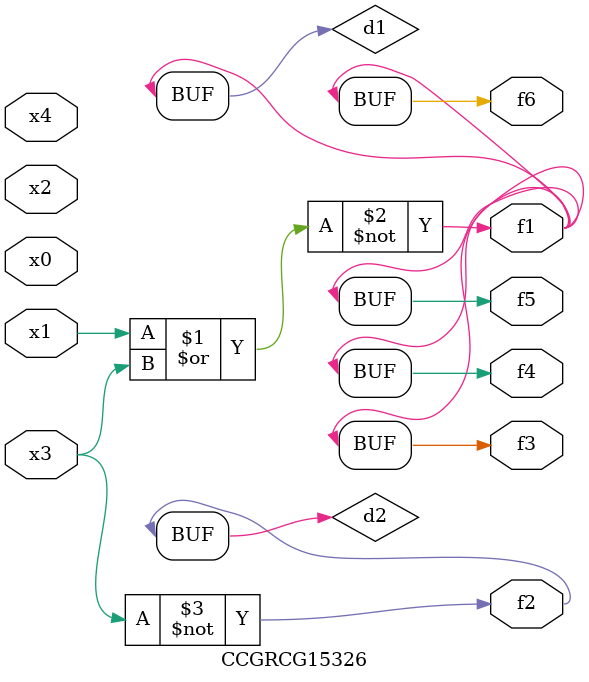
<source format=v>
module CCGRCG15326(
	input x0, x1, x2, x3, x4,
	output f1, f2, f3, f4, f5, f6
);

	wire d1, d2;

	nor (d1, x1, x3);
	not (d2, x3);
	assign f1 = d1;
	assign f2 = d2;
	assign f3 = d1;
	assign f4 = d1;
	assign f5 = d1;
	assign f6 = d1;
endmodule

</source>
